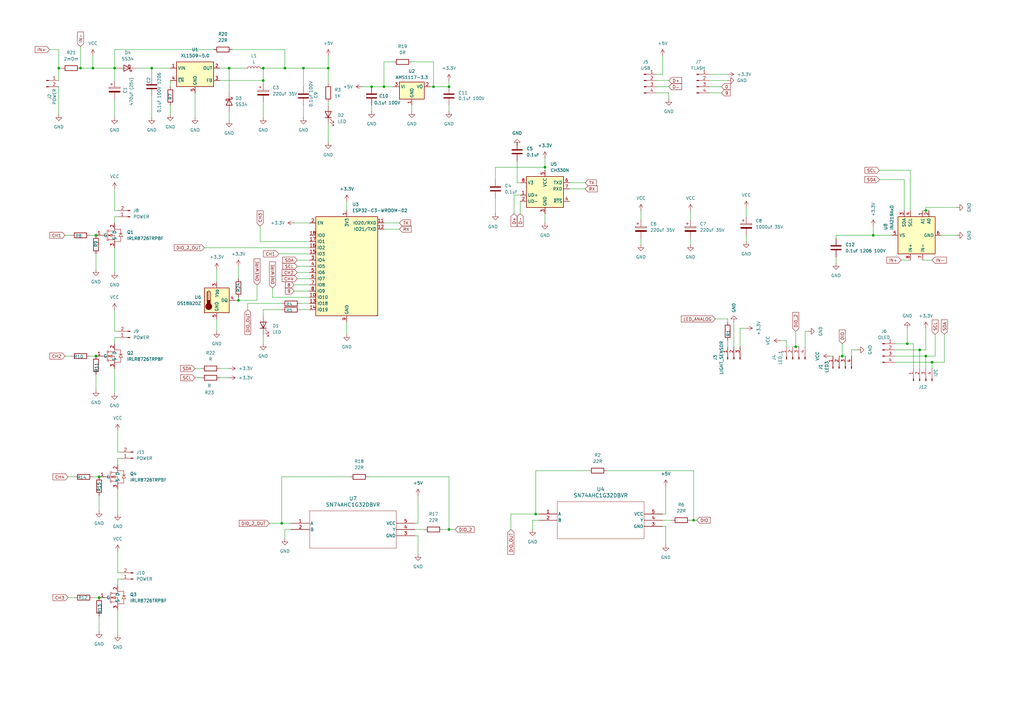
<source format=kicad_sch>
(kicad_sch (version 20231120) (generator "eeschema") (generator_version "8.0")
  (paper "A3")
  (junction (at 40.64 245.11))
  (junction (at 46.99 27.94))
  (junction (at 223.52 68.58))
  (junction (at 24.13 27.94))
  (junction (at 33.02 27.94))
  (junction (at 184.15 35.56))
  (junction (at 116.84 27.94))
  (junction (at 379.73 146.05))
  (junction (at 358.14 96.52))
  (junction (at 152.4 35.56))
  (junction (at 284.48 213.36))
  (junction (at 107.95 33.02))
  (junction (at 372.11 140.97))
  (junction (at 177.8 35.56))
  (junction (at 39.37 146.05))
  (junction (at 134.62 27.94))
  (junction (at 326.39 142.24))
  (junction (at 38.1 27.94))
  (junction (at 107.95 27.94))
  (junction (at 39.37 96.52))
  (junction (at 62.23 27.94))
  (junction (at 93.98 27.94))
  (junction (at 157.48 35.56))
  (junction (at 184.15 217.17))
  (junction (at 377.19 143.51))
  (junction (at 115.57 214.63))
  (junction (at 124.46 27.94))
  (junction (at 219.71 210.82))
  (junction (at 97.79 123.19))
  (junction (at 382.27 148.59))
  (junction (at 379.73 86.36))
  (junction (at 345.44 146.05))
  (junction (at 40.64 195.58))
  (wire (pts (xy 97.79 123.19) (xy 105.41 123.19)))
  (wire (pts (xy 184.15 217.17) (xy 186.69 217.17)))
  (wire (pts (xy 378.46 106.68) (xy 382.27 106.68)))
  (wire (pts (xy 121.92 106.68) (xy 127 106.68)))
  (wire (pts (xy 379.73 85.09) (xy 379.73 86.36)))
  (wire (pts (xy 46.99 138.43) (xy 46.99 140.97)))
  (wire (pts (xy 377.19 143.51) (xy 377.19 151.13)))
  (wire (pts (xy 120.65 116.84) (xy 127 116.84)))
  (wire (pts (xy 241.3 193.04) (xy 219.71 193.04)))
  (wire (pts (xy 124.46 43.18) (xy 124.46 48.26)))
  (wire (pts (xy 93.98 27.94) (xy 93.98 38.1)))
  (wire (pts (xy 342.9 105.41) (xy 342.9 107.95)))
  (wire (pts (xy 345.44 146.05) (xy 346.71 146.05)))
  (wire (pts (xy 220.98 213.36) (xy 218.44 213.36)))
  (wire (pts (xy 176.53 35.56) (xy 177.8 35.56)))
  (wire (pts (xy 90.17 33.02) (xy 107.95 33.02)))
  (wire (pts (xy 365.76 96.52) (xy 358.14 96.52)))
  (wire (pts (xy 107.95 127) (xy 107.95 129.54)))
  (wire (pts (xy 121.92 114.3) (xy 127 114.3)))
  (wire (pts (xy 152.4 43.18) (xy 152.4 45.72)))
  (wire (pts (xy 213.36 74.93) (xy 212.09 74.93)))
  (wire (pts (xy 134.62 22.86) (xy 134.62 27.94)))
  (wire (pts (xy 48.26 226.06) (xy 48.26 234.95)))
  (wire (pts (xy 322.58 139.7) (xy 320.04 139.7)))
  (wire (pts (xy 171.45 219.71) (xy 170.18 219.71)))
  (wire (pts (xy 157.48 93.98) (xy 163.83 93.98)))
  (wire (pts (xy 95.25 20.32) (xy 116.84 20.32)))
  (wire (pts (xy 46.99 127) (xy 46.99 135.89)))
  (wire (pts (xy 36.83 146.05) (xy 39.37 146.05)))
  (wire (pts (xy 358.14 96.52) (xy 358.14 92.71)))
  (wire (pts (xy 24.13 27.94) (xy 25.4 27.94)))
  (wire (pts (xy 124.46 27.94) (xy 124.46 35.56)))
  (wire (pts (xy 62.23 27.94) (xy 62.23 31.75)))
  (wire (pts (xy 379.73 86.36) (xy 381 86.36)))
  (wire (pts (xy 97.79 109.22) (xy 97.79 114.3)))
  (wire (pts (xy 24.13 33.02) (xy 24.13 27.94)))
  (wire (pts (xy 379.73 146.05) (xy 367.03 146.05)))
  (wire (pts (xy 349.25 143.51) (xy 351.79 143.51)))
  (wire (pts (xy 46.99 20.32) (xy 87.63 20.32)))
  (wire (pts (xy 124.46 27.94) (xy 134.62 27.94)))
  (wire (pts (xy 151.13 195.58) (xy 184.15 195.58)))
  (wire (pts (xy 269.24 30.48) (xy 271.78 30.48)))
  (wire (pts (xy 97.79 121.92) (xy 97.79 123.19)))
  (wire (pts (xy 184.15 195.58) (xy 184.15 217.17)))
  (wire (pts (xy 219.71 193.04) (xy 219.71 210.82)))
  (wire (pts (xy 120.65 91.44) (xy 127 91.44)))
  (wire (pts (xy 370.84 86.36) (xy 370.84 73.66)))
  (wire (pts (xy 33.02 19.05) (xy 33.02 27.94)))
  (wire (pts (xy 325.12 142.24) (xy 326.39 142.24)))
  (wire (pts (xy 342.9 96.52) (xy 358.14 96.52)))
  (wire (pts (xy 20.32 20.32) (xy 24.13 20.32)))
  (wire (pts (xy 273.05 223.52) (xy 273.05 215.9)))
  (wire (pts (xy 120.65 119.38) (xy 127 119.38)))
  (wire (pts (xy 171.45 203.2) (xy 171.45 214.63)))
  (wire (pts (xy 168.91 25.4) (xy 177.8 25.4)))
  (wire (pts (xy 306.07 85.09) (xy 306.07 88.9)))
  (wire (pts (xy 48.26 250.19) (xy 48.26 260.35)))
  (wire (pts (xy 143.51 195.58) (xy 115.57 195.58)))
  (wire (pts (xy 93.98 27.94) (xy 100.33 27.94)))
  (wire (pts (xy 170.18 217.17) (xy 173.99 217.17)))
  (wire (pts (xy 107.95 33.02) (xy 107.95 34.29)))
  (wire (pts (xy 90.17 154.94) (xy 93.98 154.94)))
  (wire (pts (xy 223.52 64.77) (xy 223.52 68.58)))
  (wire (pts (xy 284.48 213.36) (xy 285.75 213.36)))
  (wire (pts (xy 209.55 210.82) (xy 219.71 210.82)))
  (wire (pts (xy 88.9 130.81) (xy 88.9 135.89)))
  (wire (pts (xy 378.46 86.36) (xy 379.73 86.36)))
  (wire (pts (xy 369.57 106.68) (xy 373.38 106.68)))
  (wire (pts (xy 48.26 187.96) (xy 48.26 190.5)))
  (wire (pts (xy 121.92 109.22) (xy 127 109.22)))
  (wire (pts (xy 326.39 142.24) (xy 327.66 142.24)))
  (wire (pts (xy 386.08 96.52) (xy 392.43 96.52)))
  (wire (pts (xy 39.37 104.14) (xy 39.37 110.49)))
  (wire (pts (xy 33.02 27.94) (xy 38.1 27.94)))
  (wire (pts (xy 88.9 110.49) (xy 88.9 115.57)))
  (wire (pts (xy 298.45 132.08) (xy 298.45 130.81)))
  (wire (pts (xy 387.35 148.59) (xy 387.35 137.16)))
  (wire (pts (xy 48.26 176.53) (xy 48.26 185.42)))
  (wire (pts (xy 269.24 33.02) (xy 274.32 33.02)))
  (wire (pts (xy 233.68 77.47) (xy 240.03 77.47)))
  (wire (pts (xy 157.48 35.56) (xy 161.29 35.56)))
  (wire (pts (xy 107.95 137.16) (xy 107.95 140.97)))
  (wire (pts (xy 177.8 25.4) (xy 177.8 35.56)))
  (wire (pts (xy 49.53 234.95) (xy 48.26 234.95)))
  (wire (pts (xy 80.01 154.94) (xy 82.55 154.94)))
  (wire (pts (xy 212.09 66.04) (xy 212.09 74.93)))
  (wire (pts (xy 119.38 217.17) (xy 116.84 217.17)))
  (wire (pts (xy 171.45 214.63) (xy 170.18 214.63)))
  (wire (pts (xy 223.52 87.63) (xy 223.52 91.44)))
  (wire (pts (xy 209.55 217.17) (xy 209.55 210.82)))
  (wire (pts (xy 40.64 203.2) (xy 40.64 209.55)))
  (wire (pts (xy 218.44 213.36) (xy 218.44 217.17)))
  (wire (pts (xy 326.39 135.89) (xy 326.39 142.24)))
  (wire (pts (xy 115.57 127) (xy 107.95 127)))
  (wire (pts (xy 177.8 35.56) (xy 184.15 35.56)))
  (wire (pts (xy 219.71 210.82) (xy 220.98 210.82)))
  (wire (pts (xy 49.53 187.96) (xy 48.26 187.96)))
  (wire (pts (xy 298.45 142.24) (xy 298.45 139.7)))
  (wire (pts (xy 210.82 80.01) (xy 210.82 87.63)))
  (wire (pts (xy 184.15 33.02) (xy 184.15 35.56)))
  (wire (pts (xy 106.68 99.06) (xy 127 99.06)))
  (wire (pts (xy 283.21 86.36) (xy 283.21 90.17)))
  (wire (pts (xy 142.24 82.55) (xy 142.24 86.36)))
  (wire (pts (xy 148.59 35.56) (xy 152.4 35.56)))
  (wire (pts (xy 168.91 43.18) (xy 168.91 45.72)))
  (wire (pts (xy 142.24 132.08) (xy 142.24 137.16)))
  (wire (pts (xy 46.99 101.6) (xy 46.99 111.76)))
  (wire (pts (xy 110.49 214.63) (xy 115.57 214.63)))
  (wire (pts (xy 90.17 151.13) (xy 93.98 151.13)))
  (wire (pts (xy 46.99 151.13) (xy 46.99 161.29)))
  (wire (pts (xy 48.26 237.49) (xy 48.26 240.03)))
  (wire (pts (xy 69.85 43.18) (xy 69.85 46.99)))
  (wire (pts (xy 116.84 217.17) (xy 116.84 220.98)))
  (wire (pts (xy 367.03 143.51) (xy 377.19 143.51)))
  (wire (pts (xy 55.88 27.94) (xy 62.23 27.94)))
  (wire (pts (xy 306.07 96.52) (xy 306.07 99.06)))
  (wire (pts (xy 69.85 33.02) (xy 69.85 35.56)))
  (wire (pts (xy 123.19 127) (xy 127 127)))
  (wire (pts (xy 134.62 27.94) (xy 134.62 34.29)))
  (wire (pts (xy 46.99 27.94) (xy 46.99 33.02)))
  (wire (pts (xy 152.4 35.56) (xy 157.48 35.56)))
  (wire (pts (xy 36.83 96.52) (xy 39.37 96.52)))
  (wire (pts (xy 383.54 137.16) (xy 383.54 146.05)))
  (wire (pts (xy 46.99 40.64) (xy 46.99 48.26)))
  (wire (pts (xy 274.32 38.1) (xy 274.32 40.64)))
  (wire (pts (xy 107.95 27.94) (xy 116.84 27.94)))
  (wire (pts (xy 111.76 121.92) (xy 111.76 118.11)))
  (wire (pts (xy 283.21 213.36) (xy 284.48 213.36)))
  (wire (pts (xy 273.05 199.39) (xy 273.05 210.82)))
  (wire (pts (xy 27.94 195.58) (xy 30.48 195.58)))
  (wire (pts (xy 271.78 213.36) (xy 275.59 213.36)))
  (wire (pts (xy 290.83 35.56) (xy 295.91 35.56)))
  (wire (pts (xy 370.84 73.66) (xy 360.68 73.66)))
  (wire (pts (xy 273.05 210.82) (xy 271.78 210.82)))
  (wire (pts (xy 303.53 134.62) (xy 306.07 134.62)))
  (wire (pts (xy 213.36 82.55) (xy 213.36 87.63)))
  (wire (pts (xy 46.99 27.94) (xy 48.26 27.94)))
  (wire (pts (xy 392.43 85.09) (xy 379.73 85.09)))
  (wire (pts (xy 39.37 153.67) (xy 39.37 160.02)))
  (wire (pts (xy 300.99 142.24) (xy 300.99 132.08)))
  (wire (pts (xy 116.84 20.32) (xy 116.84 27.94)))
  (wire (pts (xy 184.15 43.18) (xy 184.15 45.72)))
  (wire (pts (xy 46.99 20.32) (xy 46.99 27.94)))
  (wire (pts (xy 115.57 214.63) (xy 119.38 214.63)))
  (wire (pts (xy 374.65 151.13) (xy 374.65 140.97)))
  (wire (pts (xy 212.09 59.69) (xy 212.09 58.42)))
  (wire (pts (xy 62.23 39.37) (xy 62.23 48.26)))
  (wire (pts (xy 345.44 146.05) (xy 345.44 140.97)))
  (wire (pts (xy 203.2 73.66) (xy 203.2 68.58)))
  (wire (pts (xy 340.36 146.05) (xy 341.63 146.05)))
  (wire (pts (xy 38.1 195.58) (xy 40.64 195.58)))
  (wire (pts (xy 101.6 124.46) (xy 115.57 124.46)))
  (wire (pts (xy 134.62 41.91) (xy 134.62 43.18)))
  (wire (pts (xy 262.89 97.79) (xy 262.89 100.33)))
  (wire (pts (xy 213.36 80.01) (xy 210.82 80.01)))
  (wire (pts (xy 269.24 38.1) (xy 274.32 38.1)))
  (wire (pts (xy 121.92 111.76) (xy 127 111.76)))
  (wire (pts (xy 181.61 217.17) (xy 184.15 217.17)))
  (wire (pts (xy 40.64 252.73) (xy 40.64 259.08)))
  (wire (pts (xy 90.17 27.94) (xy 93.98 27.94)))
  (wire (pts (xy 115.57 195.58) (xy 115.57 214.63)))
  (wire (pts (xy 157.48 91.44) (xy 163.83 91.44)))
  (wire (pts (xy 24.13 20.32) (xy 24.13 27.94)))
  (wire (pts (xy 262.89 86.36) (xy 262.89 90.17)))
  (wire (pts (xy 116.84 27.94) (xy 124.46 27.94)))
  (wire (pts (xy 96.52 123.19) (xy 97.79 123.19)))
  (wire (pts (xy 46.99 77.47) (xy 46.99 86.36)))
  (wire (pts (xy 330.2 142.24) (xy 330.2 135.89)))
  (wire (pts (xy 283.21 97.79) (xy 283.21 100.33)))
  (wire (pts (xy 161.29 25.4) (xy 157.48 25.4)))
  (wire (pts (xy 171.45 227.33) (xy 171.45 219.71)))
  (wire (pts (xy 48.26 135.89) (xy 46.99 135.89)))
  (wire (pts (xy 80.01 38.1) (xy 80.01 48.26)))
  (wire (pts (xy 48.26 88.9) (xy 46.99 88.9)))
  (wire (pts (xy 127 121.92) (xy 111.76 121.92)))
  (wire (pts (xy 203.2 68.58) (xy 223.52 68.58)))
  (wire (pts (xy 374.65 140.97) (xy 372.11 140.97)))
  (wire (pts (xy 93.98 45.72) (xy 93.98 49.53)))
  (wire (pts (xy 46.99 88.9) (xy 46.99 91.44)))
  (wire (pts (xy 27.94 245.11) (xy 30.48 245.11)))
  (wire (pts (xy 290.83 33.02) (xy 298.45 33.02)))
  (wire (pts (xy 273.05 215.9) (xy 271.78 215.9)))
  (wire (pts (xy 372.11 134.62) (xy 372.11 140.97)))
  (wire (pts (xy 26.67 96.52) (xy 29.21 96.52)))
  (wire (pts (xy 248.92 193.04) (xy 284.48 193.04)))
  (wire (pts (xy 38.1 22.86) (xy 38.1 27.94)))
  (wire (pts (xy 290.83 38.1) (xy 295.91 38.1)))
  (wire (pts (xy 123.19 124.46) (xy 127 124.46)))
  (wire (pts (xy 271.78 22.86) (xy 271.78 30.48)))
  (wire (pts (xy 26.67 146.05) (xy 29.21 146.05)))
  (wire (pts (xy 134.62 50.8) (xy 134.62 58.42)))
  (wire (pts (xy 157.48 25.4) (xy 157.48 35.56)))
  (wire (pts (xy 322.58 142.24) (xy 322.58 139.7)))
  (wire (pts (xy 379.73 146.05) (xy 379.73 151.13)))
  (wire (pts (xy 233.68 74.93) (xy 240.03 74.93)))
  (wire (pts (xy 114.3 104.14) (xy 127 104.14)))
  (wire (pts (xy 107.95 27.94) (xy 107.95 33.02)))
  (wire (pts (xy 269.24 35.56) (xy 274.32 35.56)))
  (wire (pts (xy 48.26 86.36) (xy 46.99 86.36)))
  (wire (pts (xy 48.26 200.66) (xy 48.26 210.82)))
  (wire (pts (xy 377.19 143.51) (xy 379.73 143.51)))
  (wire (pts (xy 349.25 146.05) (xy 349.25 143.51)))
  (wire (pts (xy 38.1 245.11) (xy 40.64 245.11)))
  (wire (pts (xy 372.11 140.97) (xy 367.03 140.97)))
  (wire (pts (xy 344.17 146.05) (xy 345.44 146.05)))
  (wire (pts (xy 383.54 146.05) (xy 379.73 146.05)))
  (wire (pts (xy 303.53 142.24) (xy 303.53 134.62)))
  (wire (pts (xy 379.73 143.51) (xy 379.73 134.62)))
  (wire (pts (xy 80.01 151.13) (xy 82.55 151.13)))
  (wire (pts (xy 290.83 30.48) (xy 298.45 30.48)))
  (wire (pts (xy 101.6 127) (xy 101.6 124.46)))
  (wire (pts (xy 83.82 101.6) (xy 127 101.6)))
  (wire (pts (xy 48.26 138.43) (xy 46.99 138.43)))
  (wire (pts (xy 373.38 86.36) (xy 373.38 69.85)))
  (wire (pts (xy 38.1 27.94) (xy 46.99 27.94)))
  (wire (pts (xy 382.27 151.13) (xy 382.27 148.59)))
  (wire (pts (xy 382.27 148.59) (xy 387.35 148.59)))
  (wire (pts (xy 223.52 68.58) (xy 223.52 69.85)))
  (wire (pts (xy 49.53 237.49) (xy 48.26 237.49)))
  (wire (pts (xy 49.53 185.42) (xy 48.26 185.42)))
  (wire (pts (xy 293.37 130.81) (xy 298.45 130.81)))
  (wire (pts (xy 284.48 193.04) (xy 284.48 213.36)))
  (wire (pts (xy 24.13 35.56) (xy 24.13 46.99)))
  (wire (pts (xy 69.85 27.94) (xy 62.23 27.94)))
  (wire (pts (xy 107.95 41.91) (xy 107.95 48.26)))
  (wire (pts (xy 203.2 81.28) (xy 203.2 87.63)))
  (wire (pts (xy 330.2 135.89) (xy 331.47 135.89)))
  (wire (pts (xy 342.9 97.79) (xy 342.9 96.52)))
  (wire (pts (xy 367.03 148.59) (xy 382.27 148.59)))
  (wire (pts (xy 106.68 92.71) (xy 106.68 99.06)))
  (wire (pts (xy 105.41 116.84) (xy 105.41 123.19)))
  (wire (pts (xy 373.38 69.85) (xy 360.68 69.85)))
  (global_label "CH4" (shape input) (at 27.94 195.58 180) (property "Intersheetrefs" "${INTERSHEET_REFS}" (effects (hide yes))))
  (global_label "SCL" (shape input) (at 383.54 137.16 90) (property "Intersheetrefs" "${INTERSHEET_REFS}" (effects (hide yes))))
  (global_label "DIO_2_OUT" (shape input) (at 110.49 214.63 180) (property "Intersheetrefs" "${INTERSHEET_REFS}" (effects (hide yes))))
  (global_label "DIO" (shape input) (at 345.44 140.97 90) (property "Intersheetrefs" "${INTERSHEET_REFS}" (effects (hide yes))))
  (global_label "CH4" (shape input) (at 121.92 114.3 180) (property "Intersheetrefs" "${INTERSHEET_REFS}" (effects (hide yes))))
  (global_label "0" (shape input) (at 295.91 35.56 0) (property "Intersheetrefs" "${INTERSHEET_REFS}" (effects (hide yes))))
  (global_label "D-" (shape input) (at 213.36 87.63 270) (property "Intersheetrefs" "${INTERSHEET_REFS}" (effects (hide yes))))
  (global_label "DIO_OUT" (shape input) (at 209.55 217.17 270) (property "Intersheetrefs" "${INTERSHEET_REFS}" (effects (hide yes))))
  (global_label "IN+" (shape input) (at 369.57 106.68 180) (property "Intersheetrefs" "${INTERSHEET_REFS}" (effects (hide yes))))
  (global_label "TX" (shape input) (at 163.83 91.44 0) (property "Intersheetrefs" "${INTERSHEET_REFS}" (effects (hide yes))))
  (global_label "IN+" (shape input) (at 20.32 20.32 180) (property "Intersheetrefs" "${INTERSHEET_REFS}" (effects (hide yes))))
  (global_label "IN-" (shape input) (at 33.02 19.05 90) (property "Intersheetrefs" "${INTERSHEET_REFS}" (effects (hide yes))))
  (global_label "CH2" (shape input) (at 26.67 146.05 180) (property "Intersheetrefs" "${INTERSHEET_REFS}" (effects (hide yes))))
  (global_label "SCL" (shape input) (at 360.68 69.85 180) (property "Intersheetrefs" "${INTERSHEET_REFS}" (effects (hide yes))))
  (global_label "9" (shape input) (at 295.91 38.1 0) (property "Intersheetrefs" "${INTERSHEET_REFS}" (effects (hide yes))))
  (global_label "DIO_2" (shape input) (at 326.39 135.89 90) (property "Intersheetrefs" "${INTERSHEET_REFS}" (effects (hide yes))))
  (global_label "D-" (shape input) (at 274.32 35.56 0) (property "Intersheetrefs" "${INTERSHEET_REFS}" (effects (hide yes))))
  (global_label "SCL" (shape input) (at 121.92 109.22 180) (property "Intersheetrefs" "${INTERSHEET_REFS}" (effects (hide yes))))
  (global_label "CH3" (shape input) (at 27.94 245.11 180) (property "Intersheetrefs" "${INTERSHEET_REFS}" (effects (hide yes))))
  (global_label "DIO" (shape input) (at 285.75 213.36 0) (property "Intersheetrefs" "${INTERSHEET_REFS}" (effects (hide yes))))
  (global_label "DIO_2_OUT" (shape input) (at 83.82 101.6 180) (property "Intersheetrefs" "${INTERSHEET_REFS}" (effects (hide yes))))
  (global_label "CH1" (shape input) (at 26.67 96.52 180) (property "Intersheetrefs" "${INTERSHEET_REFS}" (effects (hide yes))))
  (global_label "CH2" (shape input) (at 121.92 111.76 180) (property "Intersheetrefs" "${INTERSHEET_REFS}" (effects (hide yes))))
  (global_label "SDA" (shape input) (at 360.68 73.66 180) (property "Intersheetrefs" "${INTERSHEET_REFS}" (effects (hide yes))))
  (global_label "ONEWIRE" (shape input) (at 105.41 116.84 90) (property "Intersheetrefs" "${INTERSHEET_REFS}" (effects (hide yes))))
  (global_label "RX" (shape input) (at 240.03 77.47 0) (property "Intersheetrefs" "${INTERSHEET_REFS}" (effects (hide yes))))
  (global_label "DIO_OUT" (shape input) (at 101.6 127 270) (property "Intersheetrefs" "${INTERSHEET_REFS}" (effects (hide yes))))
  (global_label "SDA" (shape input) (at 387.35 137.16 90) (property "Intersheetrefs" "${INTERSHEET_REFS}" (effects (hide yes))))
  (global_label "SDA" (shape input) (at 121.92 106.68 180) (property "Intersheetrefs" "${INTERSHEET_REFS}" (effects (hide yes))))
  (global_label "TX" (shape input) (at 240.03 74.93 0) (property "Intersheetrefs" "${INTERSHEET_REFS}" (effects (hide yes))))
  (global_label "9" (shape input) (at 120.65 119.38 180) (property "Intersheetrefs" "${INTERSHEET_REFS}" (effects (hide yes))))
  (global_label "ONEWIRE" (shape input) (at 111.76 118.11 90) (property "Intersheetrefs" "${INTERSHEET_REFS}" (effects (hide yes))))
  (global_label "IN-" (shape input) (at 382.27 106.68 0) (property "Intersheetrefs" "${INTERSHEET_REFS}" (effects (hide yes))))
  (global_label "RX" (shape input) (at 163.83 93.98 0) (property "Intersheetrefs" "${INTERSHEET_REFS}" (effects (hide yes))))
  (global_label "8" (shape input) (at 120.65 116.84 180) (property "Intersheetrefs" "${INTERSHEET_REFS}" (effects (hide yes))))
  (global_label "CH1" (shape input) (at 114.3 104.14 180) (property "Intersheetrefs" "${INTERSHEET_REFS}" (effects (hide yes))))
  (global_label "CH3" (shape input) (at 106.68 92.71 90) (property "Intersheetrefs" "${INTERSHEET_REFS}" (effects (hide yes))))
  (global_label "SDA" (shape input) (at 80.01 151.13 180) (property "Intersheetrefs" "${INTERSHEET_REFS}" (effects (hide yes))))
  (global_label "SCL" (shape input) (at 80.01 154.94 180) (property "Intersheetrefs" "${INTERSHEET_REFS}" (effects (hide yes))))
  (global_label "D+" (shape input) (at 210.82 87.63 270) (property "Intersheetrefs" "${INTERSHEET_REFS}" (effects (hide yes))))
  (global_label "DIO_2" (shape input) (at 186.69 217.17 0) (property "Intersheetrefs" "${INTERSHEET_REFS}" (effects (hide yes))))
  (global_label "D+" (shape input) (at 274.32 33.02 0) (property "Intersheetrefs" "${INTERSHEET_REFS}" (effects (hide yes))))
  (global_label "LED_ANALOG" (shape input) (at 293.37 130.81 180) (property "Intersheetrefs" "${INTERSHEET_REFS}" (effects (hide yes))))
  (symbol (lib_id "Device:C") (at 212.09 62.23 0) (unit 1)
    (property "Reference" "C5" (at 215.9 60.9599 0) (effects (justify left)))
    (property "Value" "0.1uf" (at 215.9 63.4999 0) (effects (justify left)))
    (property "Footprint" "Capacitor_SMD:C_1206_3216Metric" (effects (hide yes)))
    (property "Description" "Unpolarized capacitor" (effects (hide yes)))
  )
  (symbol (lib_id "power:+3.3V") (at 184.15 33.02 0) (unit 1)
    (property "Reference" "#PWR054" (effects (hide yes)))
    (property "Value" "+3.3V" (at 184.15 27.94 0))
    (property "Description" "Power symbol creates a global label with name \"+3.3V\"" (effects (hide yes)))
  )
  (symbol (lib_id "power:GND") (at 372.11 134.62 180) (unit 1)
    (property "Reference" "#PWR018" (effects (hide yes)))
    (property "Value" "GND" (at 372.11 129.54 0))
    (property "Description" "Power symbol creates a global label with name \"GND\" , ground" (effects (hide yes)))
  )
  (symbol (lib_id "Device:R") (at 34.29 195.58 90) (unit 1)
    (property "Reference" "R14" (at 33.528 195.834 90))
    (property "Value" "220R" (effects (hide yes)))
    (property "Footprint" "Resistor_SMD:R_1206_3216Metric" (effects (hide yes)))
    (property "Description" "Resistor" (effects (hide yes)))
  )
  (symbol (lib_id "power:GND") (at 124.46 48.26 0) (unit 1)
    (property "Reference" "#PWR036" (effects (hide yes)))
    (property "Value" "GND" (at 124.46 53.34 0))
    (property "Description" "Power symbol creates a global label with name \"GND\" , ground" (effects (hide yes)))
  )
  (symbol (lib_id "Connector:Conn_01x04_Pin") (at 285.75 33.02 0) (unit 1)
    (property "Reference" "J7" (at 286.385 25.4 0))
    (property "Value" "FLASH" (at 286.385 27.94 0))
    (property "Footprint" "Connector_PinHeader_2.54mm:PinHeader_1x04_P2.54mm_Vertical" (effects (hide yes)))
    (property "Description" "Generic connector, single row, 01x04, script generated" (effects (hide yes)))
  )
  (symbol (lib_id "Connector:Conn_01x02_Pin") (at 53.34 138.43 180) (unit 1)
    (property "Reference" "J9" (at 54.61 135.8899 0) (effects (justify right)))
    (property "Value" "POWER" (at 54.61 138.4299 0) (effects (justify right)))
    (property "Footprint" "Connector_Phoenix_MC_HighVoltage:PhoenixContact_MC_1,5_2-G-5.08_1x02_P5.08mm_Horizontal" (effects (hide yes)))
    (property "Description" "Generic connector, single row, 01x02, script generated" (effects (hide yes)))
  )
  (symbol (lib_id "power:GND") (at 93.98 49.53 0) (unit 1)
    (property "Reference" "#PWR035" (effects (hide yes)))
    (property "Value" "GND" (at 93.98 54.61 0))
    (property "Description" "Power symbol creates a global label with name \"GND\" , ground" (effects (hide yes)))
  )
  (symbol (lib_id "Device:R") (at 165.1 25.4 90) (unit 1)
    (property "Reference" "R19" (at 165.1 19.05 90))
    (property "Value" "0R" (at 165.1 21.59 90))
    (property "Footprint" "Resistor_SMD:R_1206_3216Metric" (effects (hide yes)))
    (property "Description" "Resistor Connect only if needed" (effects (hide yes)))
  )
  (symbol (lib_id "Device:R") (at 119.38 127 90) (unit 1)
    (property "Reference" "R5" (at 118.618 127.254 90))
    (property "Value" "220R" (effects (hide yes)))
    (property "Footprint" "Resistor_SMD:R_1206_3216Metric" (effects (hide yes)))
    (property "Description" "Resistor" (effects (hide yes)))
  )
  (symbol (lib_id "Device:C_Polarized") (at 107.95 38.1 0) (unit 1)
    (property "Reference" "C3" (at 111.76 35.9409 0) (effects (justify left)))
    (property "Value" "220uf 35V" (at 111.76 38.4809 0) (effects (justify left)))
    (property "Footprint" "Capacitor_THT:CP_Radial_D7.5mm_P2.50mm" (effects (hide yes)))
    (property "Description" "Polarized capacitor" (effects (hide yes)))
  )
  (symbol (lib_id "power:VCC") (at 38.1 22.86 0) (unit 1)
    (property "Reference" "#PWR040" (effects (hide yes)))
    (property "Value" "VCC" (at 38.1 17.78 0))
    (property "Description" "Power symbol creates a global label with name \"VCC\"" (effects (hide yes)))
  )
  (symbol (lib_id "Connector:Conn_01x04_Pin") (at 344.17 151.13 90) (unit 1)
    (property "Reference" "J1" (at 336.55 150.495 0))
    (property "Value" "LED3" (at 339.09 150.495 0))
    (property "Footprint" "Connector_JST:JST_XH_B4B-XH-AM_1x04_P2.50mm_Vertical" (effects (hide yes)))
    (property "Description" "Generic connector, single row, 01x04, script generated" (effects (hide yes)))
  )
  (symbol (lib_id "power:GND") (at 46.99 48.26 0) (unit 1)
    (property "Reference" "#PWR03" (effects (hide yes)))
    (property "Value" "GND" (at 46.99 53.34 0))
    (property "Description" "Power symbol creates a global label with name \"GND\" , ground" (effects (hide yes)))
  )
  (symbol (lib_id "power:+3.3V") (at 120.65 91.44 90) (unit 1)
    (property "Reference" "#PWR011" (effects (hide yes)))
    (property "Value" "+3.3V" (at 116.84 91.4399 90) (effects (justify left)))
    (property "Description" "Power symbol creates a global label with name \"+3.3V\"" (effects (hide yes)))
  )
  (symbol (lib_id "power:VCC") (at 262.89 86.36 0) (unit 1)
    (property "Reference" "#PWR026" (effects (hide yes)))
    (property "Value" "VCC" (at 262.89 81.28 0))
    (property "Description" "Power symbol creates a global label with name \"VCC\"" (effects (hide yes)))
  )
  (symbol (lib_id "easyeda2kicadv2:IRLR8726TRPBF") (at 45.72 245.11 0) (unit 1)
    (property "Reference" "Q3" (at 53.34 243.8399 0) (effects (justify left)))
    (property "Value" "IRLR8726TRPBF" (at 53.34 246.3799 0) (effects (justify left)))
    (property "Footprint" "easyeda2kicad:TO-252-2_L6.6-W6.1-P4.58-LS9.9-TL" (effects (hide yes)))
    (property "Datasheet" "https://lcsc.com/product-detail/MOSFET_IR_IRLR8726TRPBF_IRLR8726TRPBF_C81137.html" (effects (hide yes)))
    (property "LCSC Part" "C81137" (effects (hide yes)))
  )
  (symbol (lib_id "Regulator_Linear:AMS1117-3.3") (at 168.91 35.56 0) (unit 1)
    (property "Reference" "U2" (at 168.91 29.21 0))
    (property "Value" "AMS1117-3.3" (at 168.91 31.75 0))
    (property "Footprint" "Package_TO_SOT_SMD:SOT-223-3_TabPin2" (effects (hide yes)))
    (property "Datasheet" "http://www.advanced-monolithic.com/pdf/ds1117.pdf" (effects (hide yes)))
    (property "Description" "1A Low Dropout regulator, positive, 3.3V fixed output, SOT-223" (effects (hide yes)))
  )
  (symbol (lib_id "Device:R") (at 40.64 248.92 180) (unit 1)
    (property "Reference" "R13" (at 40.894 249.682 90))
    (property "Value" "10K" (effects (hide yes)))
    (property "Footprint" "Resistor_SMD:R_1206_3216Metric" (effects (hide yes)))
    (property "Description" "Resistor" (effects (hide yes)))
  )
  (symbol (lib_id "Connector:Conn_01x04_Pin") (at 377.19 156.21 90) (unit 1)
    (property "Reference" "J12" (at 378.46 158.75 90))
    (property "Value" "I2C" (at 383.794 152.908 0))
    (property "Footprint" "Connector_JST:JST_XH_B4B-XH-AM_1x04_P2.50mm_Vertical" (effects (hide yes)))
    (property "Description" "Generic connector, single row, 01x04, script generated" (effects (hide yes)))
  )
  (symbol (lib_id "power:GND") (at 262.89 100.33 0) (unit 1)
    (property "Reference" "#PWR027" (effects (hide yes)))
    (property "Value" "GND" (at 262.89 105.41 0))
    (property "Description" "Power symbol creates a global label with name \"GND\" , ground" (effects (hide yes)))
  )
  (symbol (lib_id "power:+3.3V") (at 93.98 151.13 270) (unit 1)
    (property "Reference" "#PWR063" (effects (hide yes)))
    (property "Value" "+3.3V" (at 97.79 151.1299 90) (effects (justify left)))
    (property "Description" "Power symbol creates a global label with name \"+3.3V\"" (effects (hide yes)))
  )
  (symbol (lib_id "Device:LED") (at 134.62 46.99 90) (unit 1)
    (property "Reference" "D2" (at 138.43 47.3074 90) (effects (justify right)))
    (property "Value" "LED" (at 138.43 49.8474 90) (effects (justify right)))
    (property "Footprint" "LED_SMD:LED_1206_3216Metric" (effects (hide yes)))
    (property "Description" "Light emitting diode" (effects (hide yes)))
  )
  (symbol (lib_id "power:GND") (at 274.32 40.64 0) (unit 1)
    (property "Reference" "#PWR016" (effects (hide yes)))
    (property "Value" "GND" (at 274.32 45.72 0))
    (property "Description" "Power symbol creates a global label with name \"GND\" , ground" (effects (hide yes)))
  )
  (symbol (lib_id "Interface_USB:CH330N") (at 223.52 77.47 0) (unit 1)
    (property "Reference" "U5" (at 225.7141 67.31 0) (effects (justify left)))
    (property "Value" "CH330N" (at 225.7141 69.85 0) (effects (justify left)))
    (property "Footprint" "Package_SO:SOIC-8_3.9x4.9mm_P1.27mm" (effects (hide yes)))
    (property "Datasheet" "http://www.wch.cn/downloads/file/240.html" (effects (hide yes)))
    (property "Description" "USB serial converter, UART, SOIC-8" (effects (hide yes)))
  )
  (symbol (lib_id "power:VCC") (at 48.26 226.06 0) (unit 1)
    (property "Reference" "#PWR046" (effects (hide yes)))
    (property "Value" "VCC" (at 48.26 220.98 0))
    (property "Description" "Power symbol creates a global label with name \"VCC\"" (effects (hide yes)))
  )
  (symbol (lib_id "power:GND") (at 40.64 209.55 0) (unit 1)
    (property "Reference" "#PWR048" (effects (hide yes)))
    (property "Value" "GND" (at 40.64 214.63 0))
    (property "Description" "Power symbol creates a global label with name \"GND\" , ground" (effects (hide yes)))
  )
  (symbol (lib_id "power:GND") (at 331.47 135.89 90) (unit 1)
    (property "Reference" "#PWR05" (effects (hide yes)))
    (property "Value" "GND" (at 336.55 135.89 0))
    (property "Description" "Power symbol creates a global label with name \"GND\" , ground" (effects (hide yes)))
  )
  (symbol (lib_id "power:GND") (at 212.09 59.69 180) (unit 1)
    (property "Reference" "#PWR019" (effects (hide yes)))
    (property "Value" "GND" (at 212.09 54.61 0))
    (property "Description" "Power symbol creates a global label with name \"GND\" , ground" (effects (hide yes)))
  )
  (symbol (lib_id "Sensor_Energy:INA219AxD") (at 375.92 96.52 90) (unit 1)
    (property "Reference" "U8" (at 363.22 94.3259 0) (effects (justify left)))
    (property "Value" "INA219AxD" (at 365.76 94.3259 0) (effects (justify left)))
    (property "Footprint" "Package_SO:SOIC-8_3.9x4.9mm_P1.27mm" (effects (hide yes)))
    (property "Datasheet" "http://www.ti.com/lit/ds/symlink/ina219.pdf" (effects (hide yes)))
    (property "Description" "Zero-Drift, Bidirectional Current/Power Monitor (0-26V) With I2C Interface, SOIC-8" (effects (hide yes)))
  )
  (symbol (lib_id "Device:R") (at 33.02 146.05 90) (unit 1)
    (property "Reference" "R10" (at 32.258 146.304 90))
    (property "Value" "220R" (effects (hide yes)))
    (property "Footprint" "Resistor_SMD:R_1206_3216Metric" (effects (hide yes)))
    (property "Description" "Resistor" (effects (hide yes)))
  )
  (symbol (lib_id "Device:C") (at 124.46 39.37 0) (unit 1)
    (property "Reference" "C9" (at 129.54 40.386 90) (effects (justify left)))
    (property "Value" "0.1uf 100V" (at 127.508 43.942 90) (effects (justify left)))
    (property "Footprint" "Capacitor_SMD:C_1206_3216Metric" (effects (hide yes)))
    (property "Description" "Unpolarized capacitor" (effects (hide yes)))
  )
  (symbol (lib_id "power:GND") (at 134.62 58.42 0) (unit 1)
    (property "Reference" "#PWR012" (effects (hide yes)))
    (property "Value" "GND" (at 134.62 63.5 0))
    (property "Description" "Power symbol creates a global label with name \"GND\" , ground" (effects (hide yes)))
  )
  (symbol (lib_id "Connector:Conn_01x02_Pin") (at 54.61 187.96 180) (unit 1)
    (property "Reference" "J11" (at 55.88 185.4199 0) (effects (justify right)))
    (property "Value" "POWER" (at 55.88 187.9599 0) (effects (justify right)))
    (property "Footprint" "Connector_Phoenix_MC_HighVoltage:PhoenixContact_MC_1,5_2-G-5.08_1x02_P5.08mm_Horizontal" (effects (hide yes)))
    (property "Description" "Generic connector, single row, 01x02, script generated" (effects (hide yes)))
  )
  (symbol (lib_id "power:GND") (at 392.43 85.09 90) (unit 1)
    (property "Reference" "#PWR061" (effects (hide yes)))
    (property "Value" "GND" (at 397.51 85.09 0))
    (property "Description" "Power symbol creates a global label with name \"GND\" , ground" (effects (hide yes)))
  )
  (symbol (lib_id "power:GND") (at 88.9 135.89 0) (unit 1)
    (property "Reference" "#PWR028" (effects (hide yes)))
    (property "Value" "GND" (at 88.9 140.97 0))
    (property "Description" "Power symbol creates a global label with name \"GND\" , ground" (effects (hide yes)))
  )
  (symbol (lib_id "Device:R") (at 177.8 217.17 90) (unit 1)
    (property "Reference" "R17" (at 177.8 210.82 90))
    (property "Value" "22R" (at 177.8 213.36 90))
    (property "Footprint" "Resistor_SMD:R_1206_3216Metric" (effects (hide yes)))
    (property "Description" "Resistor" (effects (hide yes)))
  )
  (symbol (lib_id "RF_Module:ESP32-C3-WROOM-02") (at 142.24 109.22 0) (unit 1)
    (property "Reference" "U3" (at 144.4341 83.82 0) (effects (justify left)))
    (property "Value" "ESP32-C3-WROOM-02" (at 144.4341 86.36 0) (effects (justify left)))
    (property "Footprint" "RF_Module:ESP32-C3-WROOM-02U" (effects (hide yes)))
    (property "Datasheet" "https://www.espressif.com/sites/default/files/documentation/esp32-c3-wroom-02_datasheet_en.pdf" (effects (hide yes)))
    (property "Description" "802.11 b/g/n Wi­Fi and Bluetooth 5 module, ESP32­C3 SoC, RISC­V microprocessor, On-board antenna" (effects (hide yes)))
  )
  (symbol (lib_id "power:GND") (at 300.99 132.08 180) (unit 1)
    (property "Reference" "#PWR07" (effects (hide yes)))
    (property "Value" "GND" (at 300.9899 128.27 90) (effects (justify right)))
    (property "Description" "Power symbol creates a global label with name \"GND\" , ground" (effects (hide yes)))
  )
  (symbol (lib_id "Device:C_Polarized") (at 262.89 93.98 0) (unit 1)
    (property "Reference" "C6" (at 266.7 91.8209 0) (effects (justify left)))
    (property "Value" "220uf 35V" (at 266.7 94.3609 0) (effects (justify left)))
    (property "Footprint" "Capacitor_THT:CP_Radial_D5.0mm_P2.50mm" (effects (hide yes)))
    (property "Description" "Polarized capacitor" (effects (hide yes)))
  )
  (symbol (lib_id "Device:R") (at 245.11 193.04 90) (unit 1)
    (property "Reference" "R2" (at 245.11 186.69 90))
    (property "Value" "22R" (at 245.11 189.23 90))
    (property "Footprint" "Resistor_SMD:R_1206_3216Metric" (effects (hide yes)))
    (property "Description" "Resistor" (effects (hide yes)))
  )
  (symbol (lib_id "power:GND") (at 46.99 111.76 0) (unit 1)
    (property "Reference" "#PWR039" (effects (hide yes)))
    (property "Value" "GND" (at 46.99 116.84 0))
    (property "Description" "Power symbol creates a global label with name \"GND\" , ground" (effects (hide yes)))
  )
  (symbol (lib_id "power:GND") (at 351.79 143.51 90) (unit 1)
    (property "Reference" "#PWR02" (effects (hide yes)))
    (property "Value" "GND" (at 356.87 143.51 0))
    (property "Description" "Power symbol creates a global label with name \"GND\" , ground" (effects (hide yes)))
  )
  (symbol (lib_id "power:+3.3V") (at 88.9 110.49 0) (unit 1)
    (property "Reference" "#PWR056" (effects (hide yes)))
    (property "Value" "+3.3V" (at 88.9 105.41 0))
    (property "Description" "Power symbol creates a global label with name \"+3.3V\"" (effects (hide yes)))
  )
  (symbol (lib_id "power:+3.3V") (at 93.98 154.94 270) (unit 1)
    (property "Reference" "#PWR064" (effects (hide yes)))
    (property "Value" "+3.3V" (at 97.79 154.9399 90) (effects (justify left)))
    (property "Description" "Power symbol creates a global label with name \"+3.3V\"" (effects (hide yes)))
  )
  (symbol (lib_id "2024-11-10_18-39-09:SN74AHC1G32DBVR") (at 119.38 214.63 0) (unit 1)
    (property "Reference" "U7" (at 144.78 204.47 0) (effects (font (size 1.524 1.524))))
    (property "Value" "SN74AHC1G32DBVR" (at 144.78 207.01 0) (effects (font (size 1.524 1.524))))
    (property "Footprint" "footprints:DBV5" (effects (hide yes)))
    (property "Datasheet" "SN74AHC1G32DBVR" (effects (hide yes)))
  )
  (symbol (lib_id "Connector:Conn_01x04_Pin") (at 325.12 147.32 90) (unit 1)
    (property "Reference" "J4" (at 317.5 146.685 0))
    (property "Value" "LED_1" (at 320.04 146.685 0))
    (property "Footprint" "Connector_JST:JST_XH_B4B-XH-AM_1x04_P2.50mm_Vertical" (effects (hide yes)))
    (property "Description" "Generic connector, single row, 01x04, script generated" (effects (hide yes)))
  )
  (symbol (lib_id "Device:C_Polarized") (at 283.21 93.98 0) (unit 1)
    (property "Reference" "C7" (at 287.02 91.8209 0) (effects (justify left)))
    (property "Value" "220uf 35V" (at 287.02 94.3609 0) (effects (justify left)))
    (property "Footprint" "Capacitor_THT:CP_Radial_D5.0mm_P2.50mm" (effects (hide yes)))
    (property "Description" "Polarized capacitor" (effects (hide yes)))
  )
  (symbol (lib_id "power:VCC") (at 46.99 127 0) (unit 1)
    (property "Reference" "#PWR043" (effects (hide yes)))
    (property "Value" "VCC" (at 46.99 121.92 0))
    (property "Description" "Power symbol creates a global label with name \"VCC\"" (effects (hide yes)))
  )
  (symbol (lib_id "power:GND") (at 306.07 99.06 0) (unit 1)
    (property "Reference" "#PWR033" (effects (hide yes)))
    (property "Value" "GND" (at 306.07 104.14 0))
    (property "Description" "Power symbol creates a global label with name \"GND\" , ground" (effects (hide yes)))
  )
  (symbol (lib_id "power:+3.3V") (at 298.45 30.48 270) (unit 1)
    (property "Reference" "#PWR024" (effects (hide yes)))
    (property "Value" "+3.3V" (at 302.26 30.4799 90) (effects (justify left)))
    (property "Description" "Power symbol creates a global label with name \"+3.3V\"" (effects (hide yes)))
  )
  (symbol (lib_id "Device:R") (at 40.64 199.39 180) (unit 1)
    (property "Reference" "R15" (at 40.64 199.644 90))
    (property "Value" "22R" (effects (hide yes)))
    (property "Footprint" "Resistor_SMD:R_1206_3216Metric" (effects (hide yes)))
    (property "Description" "Resistor" (effects (hide yes)))
  )
  (symbol (lib_id "power:VCC") (at 306.07 85.09 0) (unit 1)
    (property "Reference" "#PWR032" (effects (hide yes)))
    (property "Value" "VCC" (at 306.07 80.01 0))
    (property "Description" "Power symbol creates a global label with name \"VCC\"" (effects (hide yes)))
  )
  (symbol (lib_id "power:GND") (at 24.13 46.99 0) (unit 1)
    (property "Reference" "#PWR037" (effects (hide yes)))
    (property "Value" "GND" (at 24.13 52.07 0))
    (property "Description" "Power symbol creates a global label with name \"GND\" , ground" (effects (hide yes)))
  )
  (symbol (lib_id "power:GND") (at 107.95 48.26 0) (unit 1)
    (property "Reference" "#PWR034" (effects (hide yes)))
    (property "Value" "GND" (at 107.95 53.34 0))
    (property "Description" "Power symbol creates a global label with name \"GND\" , ground" (effects (hide yes)))
  )
  (symbol (lib_id "Connector:Conn_01x04_Pin") (at 361.95 143.51 0) (unit 1)
    (property "Reference" "J6" (at 362.585 135.89 0))
    (property "Value" "OLED" (at 362.585 138.43 0))
    (property "Footprint" "Connector_PinHeader_2.54mm:PinHeader_1x04_P2.54mm_Vertical" (effects (hide yes)))
    (property "Description" "Generic connector, single row, 01x04, script generated" (effects (hide yes)))
  )
  (symbol (lib_id "Connector:Conn_01x03_Pin") (at 300.99 147.32 90) (unit 1)
    (property "Reference" "J3" (at 293.37 146.685 0))
    (property "Value" "LIGHT_SENSOR" (at 295.91 146.685 0))
    (property "Footprint" "Connector_PinHeader_2.54mm:PinHeader_1x03_P2.54mm_Vertical" (effects (hide yes)))
    (property "Description" "Generic connector, single row, 01x03, script generated" (effects (hide yes)))
  )
  (symbol (lib_id "Device:R") (at 97.79 118.11 0) (unit 1)
    (property "Reference" "R24" (at 97.79 117.856 90))
    (property "Value" "10K" (effects (hide yes)))
    (property "Footprint" "Resistor_SMD:R_1206_3216Metric" (effects (hide yes)))
    (property "Description" "Resistor" (effects (hide yes)))
  )
  (symbol (lib_id "Sensor_Temperature:DS18B20Z") (at 88.9 123.19 0) (unit 1)
    (property "Reference" "U6" (at 82.55 121.9199 0) (effects (justify right)))
    (property "Value" "DS18B20Z" (at 82.55 124.4599 0) (effects (justify right)))
    (property "Footprint" "Package_SO:SOIC-8_3.9x4.9mm_P1.27mm" (effects (hide yes)))
    (property "Datasheet" "http://datasheets.maximintegrated.com/en/ds/DS18B20.pdf" (effects (hide yes)))
    (property "Description" "Programmable Resolution 1-Wire Digital Thermometer SOIC-8" (effects (hide yes)))
  )
  (symbol (lib_id "Connector:Conn_01x02_Pin") (at 54.61 237.49 180) (unit 1)
    (property "Reference" "J10" (at 55.88 234.9499 0) (effects (justify right)))
    (property "Value" "POWER" (at 55.88 237.4899 0) (effects (justify right)))
    (property "Footprint" "Connector_Phoenix_MC_HighVoltage:PhoenixContact_MC_1,5_2-G-5.08_1x02_P5.08mm_Horizontal" (effects (hide yes)))
    (property "Description" "Generic connector, single row, 01x02, script generated" (effects (hide yes)))
  )
  (symbol (lib_id "Device:R") (at 34.29 245.11 90) (unit 1)
    (property "Reference" "R12" (at 34.036 245.11 90))
    (property "Value" "220R" (effects (hide yes)))
    (property "Footprint" "Resistor_SMD:R_1206_3216Metric" (effects (hide yes)))
    (property "Description" "Resistor" (effects (hide yes)))
  )
  (symbol (lib_id "power:GND") (at 46.99 161.29 0) (unit 1)
    (property "Reference" "#PWR044" (effects (hide yes)))
    (property "Value" "GND" (at 46.99 166.37 0))
    (property "Description" "Power symbol creates a global label with name \"GND\" , ground" (effects (hide yes)))
  )
  (symbol (lib_id "power:GND") (at 283.21 100.33 0) (unit 1)
    (property "Reference" "#PWR031" (effects (hide yes)))
    (property "Value" "GND" (at 283.21 105.41 0))
    (property "Description" "Power symbol creates a global label with name \"GND\" , ground" (effects (hide yes)))
  )
  (symbol (lib_id "easyeda2kicadv2:IRLR8726TRPBF") (at 45.72 195.58 0) (unit 1)
    (property "Reference" "Q4" (at 53.34 194.3099 0) (effects (justify left)))
    (property "Value" "IRLR8726TRPBF" (at 53.34 196.8499 0) (effects (justify left)))
    (property "Footprint" "easyeda2kicad:TO-252-2_L6.6-W6.1-P4.58-LS9.9-TL" (effects (hide yes)))
    (property "Datasheet" "https://lcsc.com/product-detail/MOSFET_IR_IRLR8726TRPBF_IRLR8726TRPBF_C81137.html" (effects (hide yes)))
    (property "LCSC Part" "C81137" (effects (hide yes)))
  )
  (symbol (lib_id "power:GND") (at 171.45 227.33 0) (unit 1)
    (property "Reference" "#PWR059" (effects (hide yes)))
    (property "Value" "GND" (at 171.45 232.41 0))
    (property "Description" "Power symbol creates a global label with name \"GND\" , ground" (effects (hide yes)))
  )
  (symbol (lib_id "Device:R") (at 86.36 154.94 270) (unit 1)
    (property "Reference" "R23" (at 85.852 161.036 90))
    (property "Value" "R" (at 85.852 158.242 90))
    (property "Footprint" "Resistor_SMD:R_1206_3216Metric" (effects (hide yes)))
    (property "Description" "Resistor" (effects (hide yes)))
  )
  (symbol (lib_id "Device:L") (at 104.14 27.94 90) (unit 1)
    (property "Reference" "L1" (at 104.14 22.86 90))
    (property "Value" "L" (at 104.14 25.4 90))
    (property "Footprint" "Inductor_SMD:L_Coilcraft_XAL8050-223" (effects (hide yes)))
    (property "Description" "Inductor" (effects (hide yes)))
  )
  (symbol (lib_id "power:GND") (at 69.85 46.99 0) (unit 1)
    (property "Reference" "#PWR069" (effects (hide yes)))
    (property "Value" "GND" (at 69.85 52.07 0))
    (property "Description" "Power symbol creates a global label with name \"GND\" , ground" (effects (hide yes)))
  )
  (symbol (lib_id "power:GND") (at 107.95 140.97 0) (unit 1)
    (property "Reference" "#PWR010" (effects (hide yes)))
    (property "Value" "GND" (at 107.95 146.05 0))
    (property "Description" "Power symbol creates a global label with name \"GND\" , ground" (effects (hide yes)))
  )
  (symbol (lib_id "Device:R") (at 147.32 195.58 90) (unit 1)
    (property "Reference" "R18" (at 147.32 189.23 90))
    (property "Value" "22R" (at 147.32 191.77 90))
    (property "Footprint" "Resistor_SMD:R_1206_3216Metric" (effects (hide yes)))
    (property "Description" "Resistor" (effects (hide yes)))
  )
  (symbol (lib_id "power:+3.3V") (at 223.52 64.77 0) (unit 1)
    (property "Reference" "#PWR022" (effects (hide yes)))
    (property "Value" "+3.3V" (at 223.52 59.69 0))
    (property "Description" "Power symbol creates a global label with name \"+3.3V\"" (effects (hide yes)))
  )
  (symbol (lib_id "power:+3.3V") (at 142.24 82.55 0) (unit 1)
    (property "Reference" "#PWR013" (effects (hide yes)))
    (property "Value" "+3.3V" (at 142.24 77.47 0))
    (property "Description" "Power symbol creates a global label with name \"+3.3V\"" (effects (hide yes)))
  )
  (symbol (lib_id "Device:R") (at 119.38 124.46 90) (unit 1)
    (property "Reference" "R4" (at 118.618 124.714 90))
    (property "Value" "22R" (effects (hide yes)))
    (property "Footprint" "Resistor_SMD:R_1206_3216Metric" (effects (hide yes)))
    (property "Description" "Resistor" (effects (hide yes)))
  )
  (symbol (lib_id "power:VCC") (at 320.04 139.7 90) (unit 1)
    (property "Reference" "#PWR04" (effects (hide yes)))
    (property "Value" "VCC" (at 314.96 139.7 0))
    (property "Description" "Power symbol creates a global label with name \"VCC\"" (effects (hide yes)))
  )
  (symbol (lib_id "power:VCC") (at 340.36 146.05 90) (unit 1)
    (property "Reference" "#PWR01" (effects (hide yes)))
    (property "Value" "VCC" (at 335.28 146.05 0))
    (property "Description" "Power symbol creates a global label with name \"VCC\"" (effects (hide yes)))
  )
  (symbol (lib_id "easyeda2kicadv2:IRLR8726TRPBF") (at 44.45 146.05 0) (unit 1)
    (property "Reference" "Q2" (at 52.07 144.7799 0) (effects (justify left)))
    (property "Value" "IRLR8726TRPBF" (at 52.07 147.3199 0) (effects (justify left)))
    (property "Footprint" "easyeda2kicad:TO-252-2_L6.6-W6.1-P4.58-LS9.9-TL" (effects (hide yes)))
    (property "Datasheet" "https://lcsc.com/product-detail/MOSFET_IR_IRLR8726TRPBF_IRLR8726TRPBF_C81137.html" (effects (hide yes)))
    (property "LCSC Part" "C81137" (effects (hide yes)))
  )
  (symbol (lib_id "power:GND") (at 223.52 91.44 0) (unit 1)
    (property "Reference" "#PWR023" (effects (hide yes)))
    (property "Value" "GND" (at 223.52 96.52 0))
    (property "Description" "Power symbol creates a global label with name \"GND\" , ground" (effects (hide yes)))
  )
  (symbol (lib_id "Device:C") (at 62.23 35.56 0) (unit 1)
    (property "Reference" "C2" (at 60.96 34.29 90) (effects (justify left)))
    (property "Value" "0.1uf 100V 1206" (at 65.278 46.228 90) (effects (justify left)))
    (property "Footprint" "Capacitor_SMD:C_1206_3216Metric" (effects (hide yes)))
    (property "Description" "Unpolarized capacitor" (effects (hide yes)))
  )
  (symbol (lib_id "power:+5V") (at 148.59 35.56 90) (unit 1)
    (property "Reference" "#PWR053" (effects (hide yes)))
    (property "Value" "+5V" (at 144.78 35.5599 90) (effects (justify left)))
    (property "Description" "Power symbol creates a global label with name \"+5V\"" (effects (hide yes)))
  )
  (symbol (lib_id "Device:C") (at 152.4 39.37 0) (unit 1)
    (property "Reference" "C10" (at 155.448 39.37 0) (effects (justify left)))
    (property "Value" "0.1uf 100V" (at 153.416 42.164 0) (effects (justify left)))
    (property "Footprint" "Capacitor_SMD:C_1206_3216Metric" (effects (hide yes)))
    (property "Description" "Unpolarized capacitor" (effects (hide yes)))
  )
  (symbol (lib_id "Device:R") (at 279.4 213.36 90) (unit 1)
    (property "Reference" "R6" (at 279.4 207.01 90))
    (property "Value" "22R" (at 279.4 209.55 90))
    (property "Footprint" "Resistor_SMD:R_1206_3216Metric" (effects (hide yes)))
    (property "Description" "Resistor" (effects (hide yes)))
  )
  (symbol (lib_id "easyeda2kicadv2:IRLR8726TRPBF") (at 44.45 96.52 0) (unit 1)
    (property "Reference" "Q1" (at 52.07 95.2499 0) (effects (justify left)))
    (property "Value" "IRLR8726TRPBF" (at 52.07 97.7899 0) (effects (justify left)))
    (property "Footprint" "easyeda2kicad:TO-252-2_L6.6-W6.1-P4.58-LS9.9-TL" (effects (hide yes)))
    (property "Datasheet" "https://lcsc.com/product-detail/MOSFET_IR_IRLR8726TRPBF_IRLR8726TRPBF_C81137.html" (effects (hide yes)))
    (property "LCSC Part" "C81137" (effects (hide yes)))
  )
  (symbol (lib_id "Device:C_Polarized") (at 46.99 36.83 0) (unit 1)
    (property "Reference" "C1" (at 51.308 38.354 90) (effects (justify left)))
    (property "Value" "470uf (25v)" (at 53.848 43.434 90) (effects (justify left)))
    (property "Footprint" "Capacitor_THT:CP_Radial_D7.5mm_P2.50mm" (effects (hide yes)))
    (property "Description" "Polarized capacitor" (effects (hide yes)))
  )
  (symbol (lib_id "power:GND") (at 39.37 160.02 0) (unit 1)
    (property "Reference" "#PWR042" (effects (hide yes)))
    (property "Value" "GND" (at 39.37 165.1 0))
    (property "Description" "Power symbol creates a global label with name \"GND\" , ground" (effects (hide yes)))
  )
  (symbol (lib_id "power:+5V") (at 171.45 203.2 0) (unit 1)
    (property "Reference" "#PWR058" (effects (hide yes)))
    (property "Value" "+5V" (at 171.45 198.12 0))
    (property "Description" "Power symbol creates a global label with name \"+5V\"" (effects (hide yes)))
  )
  (symbol (lib_id "power:+3.3V") (at 358.14 92.71 0) (unit 1)
    (property "Reference" "#PWR060" (effects (hide yes)))
    (property "Value" "+3.3V" (at 358.1399 88.9 90) (effects (justify left)))
    (property "Description" "Power symbol creates a global label with name \"+3.3V\"" (effects (hide yes)))
  )
  (symbol (lib_id "Device:R") (at 33.02 96.52 90) (unit 1)
    (property "Reference" "R8" (at 32.258 96.774 90))
    (property "Value" "220R" (effects (hide yes)))
    (property "Footprint" "Resistor_SMD:R_1206_3216Metric" (effects (hide yes)))
    (property "Description" "Resistor" (effects (hide yes)))
  )
  (symbol (lib_id "Connector:Conn_01x02_Pin") (at 19.05 33.02 0) (unit 1)
    (property "Reference" "J2" (at 20.32 39.624 90))
    (property "Value" "POWER" (at 22.352 39.624 90))
    (property "Footprint" "Connector_Phoenix_MC_HighVoltage:PhoenixContact_MC_1,5_2-G-5.08_1x02_P5.08mm_Horizontal" (effects (hide yes)))
    (property "Description" "Generic connector, single row, 01x02, script generated" (effects (hide yes)))
  )
  (symbol (lib_id "power:GND") (at 392.43 96.52 90) (unit 1)
    (property "Reference" "#PWR062" (effects (hide yes)))
    (property "Value" "GND" (at 397.51 96.52 0))
    (property "Description" "Power symbol creates a global label with name \"GND\" , ground" (effects (hide yes)))
  )
  (symbol (lib_id "Diode:SS34") (at 52.07 27.94 180) (unit 1)
    (property "Reference" "D4" (at 52.3875 21.59 0))
    (property "Value" "SS34" (at 52.3875 24.13 0))
    (property "Footprint" "Diode_SMD:D_SMA" (effects (hide yes)))
    (property "Datasheet" "https://www.vishay.com/docs/88751/ss32.pdf" (effects (hide yes)))
    (property "Description" "40V 3A Schottky Diode, SMA" (effects (hide yes)))
  )
  (symbol (lib_id "power:GND") (at 80.01 48.26 0) (unit 1)
    (property "Reference" "#PWR09" (effects (hide yes)))
    (property "Value" "GND" (at 80.01 53.34 0))
    (property "Description" "Power symbol creates a global label with name \"GND\" , ground" (effects (hide yes)))
  )
  (symbol (lib_id "power:GND") (at 39.37 110.49 0) (unit 1)
    (property "Reference" "#PWR038" (effects (hide yes)))
    (property "Value" "GND" (at 39.37 115.57 0))
    (property "Description" "Power symbol creates a global label with name \"GND\" , ground" (effects (hide yes)))
  )
  (symbol (lib_id "Device:LED") (at 107.95 133.35 90) (unit 1)
    (property "Reference" "D1" (at 111.76 133.6674 90) (effects (justify right)))
    (property "Value" "LED" (at 111.76 136.2074 90) (effects (justify right)))
    (property "Footprint" "LED_SMD:LED_1206_3216Metric" (effects (hide yes)))
    (property "Description" "Light emitting diode" (effects (hide yes)))
  )
  (symbol (lib_id "power:VCC") (at 46.99 77.47 0) (unit 1)
    (property "Reference" "#PWR041" (effects (hide yes)))
    (property "Value" "VCC" (at 46.99 72.39 0))
    (property "Description" "Power symbol creates a global label with name \"VCC\"" (effects (hide yes)))
  )
  (symbol (lib_id "power:GND") (at 116.84 220.98 0) (unit 1)
    (property "Reference" "#PWR057" (effects (hide yes)))
    (property "Value" "GND" (at 116.84 226.06 0))
    (property "Description" "Power symbol creates a global label with name \"GND\" , ground" (effects (hide yes)))
  )
  (symbol (lib_id "Connector:Conn_01x02_Pin") (at 53.34 88.9 180) (unit 1)
    (property "Reference" "J8" (at 54.61 86.3599 0) (effects (justify right)))
    (property "Value" "POWER" (at 54.61 88.8999 0) (effects (justify right)))
    (property "Footprint" "Connector_Phoenix_MC_HighVoltage:PhoenixContact_MC_1,5_2-G-5.08_1x02_P5.08mm_Horizontal" (effects (hide yes)))
    (property "Description" "Generic connector, single row, 01x02, script generated" (effects (hide yes)))
  )
  (symbol (lib_id "power:+3.3V") (at 97.79 109.22 0) (unit 1)
    (property "Reference" "#PWR068" (effects (hide yes)))
    (property "Value" "+3.3V" (at 97.79 104.14 0))
    (property "Description" "Power symbol creates a global label with name \"+3.3V\"" (effects (hide yes)))
  )
  (symbol (lib_id "Device:R") (at 298.45 135.89 180) (unit 1)
    (property "Reference" "R1" (at 298.704 136.652 90))
    (property "Value" "22R" (effects (hide yes)))
    (property "Footprint" "Resistor_SMD:R_1206_3216Metric" (effects (hide yes)))
    (property "Description" "Resistor" (effects (hide yes)))
  )
  (symbol (lib_id "Device:R") (at 29.21 27.94 90) (unit 1)
    (property "Reference" "R21" (at 29.21 21.59 90))
    (property "Value" "2mOm" (at 29.21 24.13 90))
    (property "Footprint" "Resistor_SMD:R_2512_6332Metric" (effects (hide yes)))
    (property "Description" "Resistor" (effects (hide yes)))
  )
  (symbol (lib_id "power:VCC") (at 283.21 86.36 0) (unit 1)
    (property "Reference" "#PWR030" (effects (hide yes)))
    (property "Value" "VCC" (at 283.21 81.28 0))
    (property "Description" "Power symbol creates a global label with name \"VCC\"" (effects (hide yes)))
  )
  (symbol (lib_id "power:GND") (at 152.4 45.72 0) (unit 1)
    (property "Reference" "#PWR066" (effects (hide yes)))
    (property "Value" "GND" (at 152.4 50.8 0))
    (property "Description" "Power symbol creates a global label with name \"GND\" , ground" (effects (hide yes)))
  )
  (symbol (lib_id "Device:C") (at 342.9 101.6 180) (unit 1)
    (property "Reference" "C12" (at 346.71 100.3299 0) (effects (justify right)))
    (property "Value" "0.1uf 1206 100V" (at 346.71 102.8699 0) (effects (justify right)))
    (property "Footprint" "Resistor_SMD:R_1206_3216Metric" (effects (hide yes)))
    (property "Description" "Unpolarized capacitor" (effects (hide yes)))
  )
  (symbol (lib_id "power:+5V") (at 273.05 199.39 0) (unit 1)
    (property "Reference" "#PWR055" (effects (hide yes)))
    (property "Value" "+5V" (at 273.05 194.31 0))
    (property "Description" "Power symbol creates a global label with name \"+5V\"" (effects (hide yes)))
  )
  (symbol (lib_id "power:GND") (at 218.44 217.17 0) (unit 1)
    (property "Reference" "#PWR020" (effects (hide yes)))
    (property "Value" "GND" (at 218.44 222.25 0))
    (property "Description" "Power symbol creates a global label with name \"GND\" , ground" (effects (hide yes)))
  )
  (symbol (lib_id "power:+3.3V") (at 379.73 134.62 0) (unit 1)
    (property "Reference" "#PWR021" (effects (hide yes)))
    (property "Value" "+3.3V" (at 379.73 129.54 0))
    (property "Description" "Power symbol creates a global label with name \"+3.3V\"" (effects (hide yes)))
  )
  (symbol (lib_id "Device:C_Polarized") (at 306.07 92.71 0) (unit 1)
    (property "Reference" "C8" (at 309.88 90.5509 0) (effects (justify left)))
    (property "Value" "1000uf 35V" (at 309.88 93.0909 0) (effects (justify left)))
    (property "Footprint" "Capacitor_THT:CP_Radial_D7.5mm_P2.50mm" (effects (hide yes)))
    (property "Description" "Polarized capacitor" (effects (hide yes)))
  )
  (symbol (lib_id "Connector:Conn_01x04_Pin") (at 264.16 33.02 0) (unit 1)
    (property "Reference" "J5" (at 264.795 25.4 0))
    (property "Value" "USB" (at 264.795 27.94 0))
    (property "Footprint" "Connector_JST:JST_XH_B4B-XH-AM_1x04_P2.50mm_Vertical" (effects (hide yes)))
    (property "Description" "Generic connector, single row, 01x04, script generated" (effects (hide yes)))
  )
  (symbol (lib_id "Device:R") (at 134.62 38.1 180) (unit 1)
    (property "Reference" "R3" (at 137.16 36.8299 0) (effects (justify right)))
    (property "Value" "1K" (at 137.16 39.3699 0) (effects (justify right)))
    (property "Footprint" "Resistor_SMD:R_1206_3216Metric" (effects (hide yes)))
    (property "Description" "Resistor" (effects (hide yes)))
  )
  (symbol (lib_id "Device:C") (at 184.15 39.37 0) (unit 1)
    (property "Reference" "C11" (at 187.96 38.0999 0) (effects (justify left)))
    (property "Value" "0.1uf 100V" (at 187.96 40.386 0) (effects (justify left)))
    (property "Footprint" "Capacitor_SMD:C_1206_3216Metric" (effects (hide yes)))
    (property "Description" "Unpolarized capacitor" (effects (hide yes)))
  )
  (symbol (lib_id "Device:R") (at 39.37 100.33 180) (unit 1)
    (property "Reference" "R9" (at 39.37 100.076 90))
    (property "Value" "10K" (effects (hide yes)))
    (property "Footprint" "Resistor_SMD:R_1206_3216Metric" (effects (hide yes)))
    (property "Description" "Resistor" (effects (hide yes)))
  )
  (symbol (lib_id "power:GND") (at 298.45 33.02 90) (unit 1)
    (property "Reference" "#PWR025" (effects (hide yes)))
    (property "Value" "GND" (at 302.26 33.0199 90) (effects (justify right)))
    (property "Description" "Power symbol creates a global label with name \"GND\" , ground" (effects (hide yes)))
  )
  (symbol (lib_id "Device:R") (at 86.36 151.13 90) (unit 1)
    (property "Reference" "R22" (at 86.36 144.78 90))
    (property "Value" "R" (at 86.36 147.32 90))
    (property "Footprint" "Resistor_SMD:R_1206_3216Metric" (effects (hide yes)))
    (property "Description" "Resistor" (effects (hide yes)))
  )
  (symbol (lib_id "Device:R") (at 69.85 39.37 180) (unit 1)
    (property "Reference" "R7" (at 69.85 39.624 90))
    (property "Value" "22R" (effects (hide yes)))
    (property "Footprint" "Resistor_SMD:R_1206_3216Metric" (effects (hide yes)))
    (property "Description" "Resistor" (effects (hide yes)))
  )
  (symbol (lib_id "power:+5V") (at 134.62 22.86 0) (unit 1)
    (property "Reference" "#PWR052" (effects (hide yes)))
    (property "Value" "+5V" (at 134.62 17.78 0))
    (property "Description" "Power symbol creates a global label with name \"+5V\"" (effects (hide yes)))
  )
  (symbol (lib_id "Device:R") (at 91.44 20.32 90) (unit 1)
    (property "Reference" "R20" (at 91.44 13.97 90))
    (property "Value" "22R" (at 91.44 16.51 90))
    (property "Footprint" "Resistor_SMD:R_1206_3216Metric" (effects (hide yes)))
    (property "Description" "Resistor" (effects (hide yes)))
  )
  (symbol (lib_id "power:GND") (at 168.91 45.72 0) (unit 1)
    (property "Reference" "#PWR051" (effects (hide yes)))
    (property "Value" "GND" (at 168.91 50.8 0))
    (property "Description" "Power symbol creates a global label with name \"GND\" , ground" (effects (hide yes)))
  )
  (symbol (lib_id "power:GND") (at 184.15 45.72 0) (unit 1)
    (property "Reference" "#PWR067" (effects (hide yes)))
    (property "Value" "GND" (at 184.15 50.8 0))
    (property "Description" "Power symbol creates a global label with name \"GND\" , ground" (effects (hide yes)))
  )
  (symbol (lib_id "Device:C") (at 203.2 77.47 0) (unit 1)
    (property "Reference" "C4" (at 207.01 76.1999 0) (effects (justify left)))
    (property "Value" "0.1uf" (at 207.01 78.7399 0) (effects (justify left)))
    (property "Footprint" "Capacitor_SMD:C_1206_3216Metric" (effects (hide yes)))
    (property "Description" "Unpolarized capacitor" (effects (hide yes)))
  )
  (symbol (lib_id "power:GND") (at 40.64 259.08 0) (unit 1)
    (property "Reference" "#PWR045" (effects (hide yes)))
    (property "Value" "GND" (at 40.64 264.16 0))
    (property "Description" "Power symbol creates a global label with name \"GND\" , ground" (effects (hide yes)))
  )
  (symbol (lib_id "power:GND") (at 48.26 210.82 0) (unit 1)
    (property "Reference" "#PWR050" (effects (hide yes)))
    (property "Value" "GND" (at 48.26 215.9 0))
    (property "Description" "Power symbol creates a global label with name \"GND\" , ground" (effects (hide yes)))
  )
  (symbol (lib_id "power:+5V") (at 271.78 22.86 0) (unit 1)
    (property "Reference" "#PWR015" (effects (hide yes)))
    (property "Value" "+5V" (at 271.78 17.78 0))
    (property "Description" "Power symbol creates a global label with name \"+5V\"" (effects (hide yes)))
  )
  (symbol (lib_id "2024-11-10_18-39-09:SN74AHC1G32DBVR") (at 220.98 210.82 0) (unit 1)
    (property "Reference" "U4" (at 246.38 200.66 0) (effects (font (size 1.524 1.524))))
    (property "Value" "SN74AHC1G32DBVR" (at 246.38 203.2 0) (effects (font (size 1.524 1.524))))
    (property "Footprint" "footprints:DBV5" (effects (hide yes)))
    (property "Datasheet" "SN74AHC1G32DBVR" (effects (hide yes)))
  )
  (symbol (lib_id "Diode:SS34") (at 93.98 41.91 270) (unit 1)
    (property "Reference" "D3" (at 96.52 40.3224 90) (effects (justify left)))
    (property "Value" "SS34" (at 96.52 42.8624 90) (effects (justify left)))
    (property "Footprint" "Diode_SMD:D_SMA" (effects (hide yes)))
    (property "Datasheet" "https://www.vishay.com/docs/88751/ss32.pdf" (effects (hide yes)))
    (property "Description" "40V 3A Schottky Diode, SMA" (effects (hide yes)))
  )
  (symbol (lib_id "Device:R") (at 39.37 149.86 180) (unit 1)
    (property "Reference" "R11" (at 39.624 150.622 90))
    (property "Value" "10K" (effects (hide yes)))
    (property "Footprint" "Resistor_SMD:R_1206_3216Metric" (effects (hide yes)))
    (property "Description" "Resistor" (effects (hide yes)))
  )
  (symbol (lib_id "power:+3.3V") (at 306.07 134.62 270) (unit 1)
    (property "Reference" "#PWR06" (effects (hide yes)))
    (property "Value" "+3.3V" (at 311.15 134.62 0))
    (property "Description" "Power symbol creates a global label with name \"+3.3V\"" (effects (hide yes)))
  )
  (symbol (lib_id "power:GND") (at 203.2 87.63 0) (unit 1)
    (property "Reference" "#PWR017" (effects (hide yes)))
    (property "Value" "GND" (at 202.184 92.964 0))
    (property "Description" "Power symbol creates a global label with name \"GND\" , ground" (effects (hide yes)))
  )
  (symbol (lib_id "power:GND") (at 342.9 107.95 0) (unit 1)
    (property "Reference" "#PWR065" (effects (hide yes)))
    (property "Value" "GND" (at 342.9 113.03 0))
    (property "Description" "Power symbol creates a global label with name \"GND\" , ground" (effects (hide yes)))
  )
  (symbol (lib_id "Regulator_Switching:XL1509-3.3") (at 80.01 30.48 0) (unit 1)
    (property "Reference" "U1" (at 80.01 20.32 0))
    (property "Value" "XL1509-5.0" (at 80.01 22.86 0))
    (property "Footprint" "Package_SO:SOIC-8_3.9x4.9mm_P1.27mm" (effects (hide yes)))
    (property "Datasheet" "https://datasheet.lcsc.com/lcsc/1809050422_XLSEMI-XL1509-5-0E1_C61063.pdf" (effects (hide yes)))
    (property "Description" "Buck DC/DC Converter, 2A, 3.3V Output Voltage, 4.5-40V Input Voltage" (effects (hide yes)))
  )
  (symbol (lib_id "power:GND") (at 142.24 137.16 0) (unit 1)
    (property "Reference" "#PWR014" (effects (hide yes)))
    (property "Value" "GND" (at 142.24 142.24 0))
    (property "Description" "Power symbol creates a global label with name \"GND\" , ground" (effects (hide yes)))
  )
  (symbol (lib_id "power:GND") (at 48.26 260.35 0) (unit 1)
    (property "Reference" "#PWR047" (effects (hide yes)))
    (property "Value" "GND" (at 48.26 265.43 0))
    (property "Description" "Power symbol creates a global label with name \"GND\" , ground" (effects (hide yes)))
  )
  (symbol (lib_id "power:VCC") (at 48.26 176.53 0) (unit 1)
    (property "Reference" "#PWR049" (effects (hide yes)))
    (property "Value" "VCC" (at 48.26 171.45 0))
    (property "Description" "Power symbol creates a global label with name \"VCC\"" (effects (hide yes)))
  )
  (symbol (lib_id "power:GND") (at 62.23 48.26 0) (unit 1)
    (property "Reference" "#PWR08" (effects (hide yes)))
    (property "Value" "GND" (at 62.23 53.34 0))
    (property "Description" "Power symbol creates a global label with name \"GND\" , ground" (effects (hide yes)))
  )
  (symbol (lib_id "power:GND") (at 273.05 223.52 0) (unit 1)
    (property "Reference" "#PWR029" (effects (hide yes)))
    (property "Value" "GND" (at 273.05 228.6 0))
    (property "Description" "Power symbol creates a global label with name \"GND\" , ground" (effects (hide yes)))
  )
)
</source>
